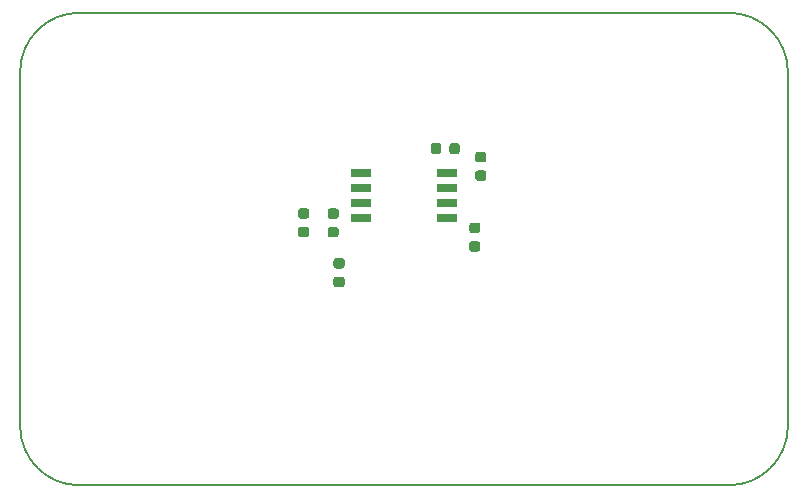
<source format=gbr>
%TF.GenerationSoftware,KiCad,Pcbnew,(5.1.6)-1*%
%TF.CreationDate,2020-12-10T00:03:04+01:00*%
%TF.ProjectId,06_I2C_2_NEOPIXELS,30365f49-3243-45f3-925f-4e454f504958,rev?*%
%TF.SameCoordinates,Original*%
%TF.FileFunction,Paste,Top*%
%TF.FilePolarity,Positive*%
%FSLAX46Y46*%
G04 Gerber Fmt 4.6, Leading zero omitted, Abs format (unit mm)*
G04 Created by KiCad (PCBNEW (5.1.6)-1) date 2020-12-10 00:03:04*
%MOMM*%
%LPD*%
G01*
G04 APERTURE LIST*
%TA.AperFunction,Profile*%
%ADD10C,0.150000*%
%TD*%
%ADD11R,1.700000X0.650000*%
G04 APERTURE END LIST*
D10*
X160000000Y-55000000D02*
G75*
G02*
X165000000Y-60000000I0J-5000000D01*
G01*
X165000000Y-90000000D02*
G75*
G02*
X160000000Y-95000000I-5000000J0D01*
G01*
X105000000Y-95000000D02*
G75*
G02*
X100000000Y-90000000I0J5000000D01*
G01*
X100000000Y-60000000D02*
G75*
G02*
X105000000Y-55000000I5000000J0D01*
G01*
X100000000Y-90000000D02*
X100000000Y-60000000D01*
X160000000Y-95000000D02*
X105000000Y-95000000D01*
X165000000Y-60000000D02*
X165000000Y-90000000D01*
X105000000Y-55000000D02*
X160000000Y-55000000D01*
%TO.C,C1*%
G36*
G01*
X126743750Y-75775000D02*
X127256250Y-75775000D01*
G75*
G02*
X127475000Y-75993750I0J-218750D01*
G01*
X127475000Y-76431250D01*
G75*
G02*
X127256250Y-76650000I-218750J0D01*
G01*
X126743750Y-76650000D01*
G75*
G02*
X126525000Y-76431250I0J218750D01*
G01*
X126525000Y-75993750D01*
G75*
G02*
X126743750Y-75775000I218750J0D01*
G01*
G37*
G36*
G01*
X126743750Y-77350000D02*
X127256250Y-77350000D01*
G75*
G02*
X127475000Y-77568750I0J-218750D01*
G01*
X127475000Y-78006250D01*
G75*
G02*
X127256250Y-78225000I-218750J0D01*
G01*
X126743750Y-78225000D01*
G75*
G02*
X126525000Y-78006250I0J218750D01*
G01*
X126525000Y-77568750D01*
G75*
G02*
X126743750Y-77350000I218750J0D01*
G01*
G37*
%TD*%
%TO.C,R1*%
G36*
G01*
X126756250Y-72437500D02*
X126243750Y-72437500D01*
G75*
G02*
X126025000Y-72218750I0J218750D01*
G01*
X126025000Y-71781250D01*
G75*
G02*
X126243750Y-71562500I218750J0D01*
G01*
X126756250Y-71562500D01*
G75*
G02*
X126975000Y-71781250I0J-218750D01*
G01*
X126975000Y-72218750D01*
G75*
G02*
X126756250Y-72437500I-218750J0D01*
G01*
G37*
G36*
G01*
X126756250Y-74012500D02*
X126243750Y-74012500D01*
G75*
G02*
X126025000Y-73793750I0J218750D01*
G01*
X126025000Y-73356250D01*
G75*
G02*
X126243750Y-73137500I218750J0D01*
G01*
X126756250Y-73137500D01*
G75*
G02*
X126975000Y-73356250I0J-218750D01*
G01*
X126975000Y-73793750D01*
G75*
G02*
X126756250Y-74012500I-218750J0D01*
G01*
G37*
%TD*%
%TO.C,R2*%
G36*
G01*
X124256250Y-74012500D02*
X123743750Y-74012500D01*
G75*
G02*
X123525000Y-73793750I0J218750D01*
G01*
X123525000Y-73356250D01*
G75*
G02*
X123743750Y-73137500I218750J0D01*
G01*
X124256250Y-73137500D01*
G75*
G02*
X124475000Y-73356250I0J-218750D01*
G01*
X124475000Y-73793750D01*
G75*
G02*
X124256250Y-74012500I-218750J0D01*
G01*
G37*
G36*
G01*
X124256250Y-72437500D02*
X123743750Y-72437500D01*
G75*
G02*
X123525000Y-72218750I0J218750D01*
G01*
X123525000Y-71781250D01*
G75*
G02*
X123743750Y-71562500I218750J0D01*
G01*
X124256250Y-71562500D01*
G75*
G02*
X124475000Y-71781250I0J-218750D01*
G01*
X124475000Y-72218750D01*
G75*
G02*
X124256250Y-72437500I-218750J0D01*
G01*
G37*
%TD*%
%TO.C,R3*%
G36*
G01*
X139256250Y-67650000D02*
X138743750Y-67650000D01*
G75*
G02*
X138525000Y-67431250I0J218750D01*
G01*
X138525000Y-66993750D01*
G75*
G02*
X138743750Y-66775000I218750J0D01*
G01*
X139256250Y-66775000D01*
G75*
G02*
X139475000Y-66993750I0J-218750D01*
G01*
X139475000Y-67431250D01*
G75*
G02*
X139256250Y-67650000I-218750J0D01*
G01*
G37*
G36*
G01*
X139256250Y-69225000D02*
X138743750Y-69225000D01*
G75*
G02*
X138525000Y-69006250I0J218750D01*
G01*
X138525000Y-68568750D01*
G75*
G02*
X138743750Y-68350000I218750J0D01*
G01*
X139256250Y-68350000D01*
G75*
G02*
X139475000Y-68568750I0J-218750D01*
G01*
X139475000Y-69006250D01*
G75*
G02*
X139256250Y-69225000I-218750J0D01*
G01*
G37*
%TD*%
%TO.C,R4*%
G36*
G01*
X134775000Y-66756250D02*
X134775000Y-66243750D01*
G75*
G02*
X134993750Y-66025000I218750J0D01*
G01*
X135431250Y-66025000D01*
G75*
G02*
X135650000Y-66243750I0J-218750D01*
G01*
X135650000Y-66756250D01*
G75*
G02*
X135431250Y-66975000I-218750J0D01*
G01*
X134993750Y-66975000D01*
G75*
G02*
X134775000Y-66756250I0J218750D01*
G01*
G37*
G36*
G01*
X136350000Y-66756250D02*
X136350000Y-66243750D01*
G75*
G02*
X136568750Y-66025000I218750J0D01*
G01*
X137006250Y-66025000D01*
G75*
G02*
X137225000Y-66243750I0J-218750D01*
G01*
X137225000Y-66756250D01*
G75*
G02*
X137006250Y-66975000I-218750J0D01*
G01*
X136568750Y-66975000D01*
G75*
G02*
X136350000Y-66756250I0J218750D01*
G01*
G37*
%TD*%
%TO.C,R5*%
G36*
G01*
X138243750Y-72775000D02*
X138756250Y-72775000D01*
G75*
G02*
X138975000Y-72993750I0J-218750D01*
G01*
X138975000Y-73431250D01*
G75*
G02*
X138756250Y-73650000I-218750J0D01*
G01*
X138243750Y-73650000D01*
G75*
G02*
X138025000Y-73431250I0J218750D01*
G01*
X138025000Y-72993750D01*
G75*
G02*
X138243750Y-72775000I218750J0D01*
G01*
G37*
G36*
G01*
X138243750Y-74350000D02*
X138756250Y-74350000D01*
G75*
G02*
X138975000Y-74568750I0J-218750D01*
G01*
X138975000Y-75006250D01*
G75*
G02*
X138756250Y-75225000I-218750J0D01*
G01*
X138243750Y-75225000D01*
G75*
G02*
X138025000Y-75006250I0J218750D01*
G01*
X138025000Y-74568750D01*
G75*
G02*
X138243750Y-74350000I218750J0D01*
G01*
G37*
%TD*%
D11*
%TO.C,U1*%
X136150000Y-72405000D03*
X136150000Y-71135000D03*
X136150000Y-69865000D03*
X136150000Y-68595000D03*
X128850000Y-68595000D03*
X128850000Y-69865000D03*
X128850000Y-71135000D03*
X128850000Y-72405000D03*
%TD*%
M02*

</source>
